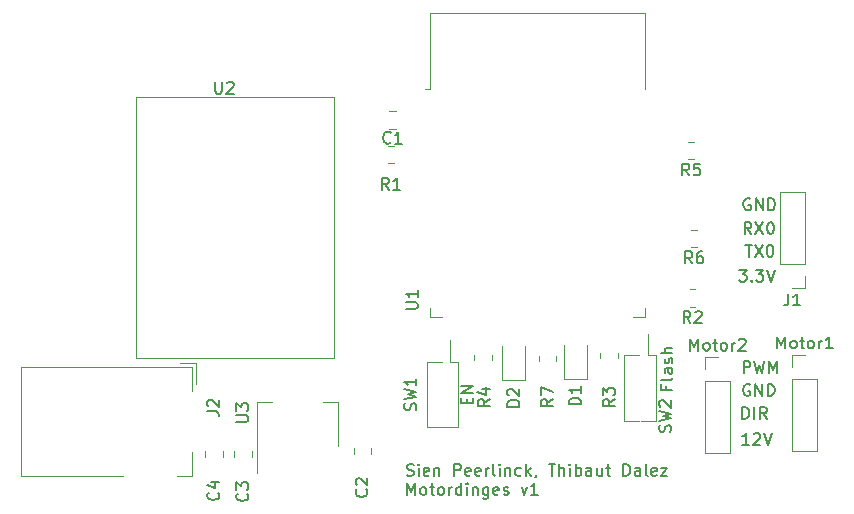
<source format=gbr>
%TF.GenerationSoftware,KiCad,Pcbnew,7.0.1*%
%TF.CreationDate,2023-03-21T16:38:31+01:00*%
%TF.ProjectId,Motordinges,4d6f746f-7264-4696-9e67-65732e6b6963,rev?*%
%TF.SameCoordinates,Original*%
%TF.FileFunction,Legend,Top*%
%TF.FilePolarity,Positive*%
%FSLAX46Y46*%
G04 Gerber Fmt 4.6, Leading zero omitted, Abs format (unit mm)*
G04 Created by KiCad (PCBNEW 7.0.1) date 2023-03-21 16:38:31*
%MOMM*%
%LPD*%
G01*
G04 APERTURE LIST*
%ADD10C,0.150000*%
%ADD11C,0.120000*%
G04 APERTURE END LIST*
D10*
X135042257Y-58567619D02*
X135661304Y-58567619D01*
X135661304Y-58567619D02*
X135327971Y-58948571D01*
X135327971Y-58948571D02*
X135470828Y-58948571D01*
X135470828Y-58948571D02*
X135566066Y-58996190D01*
X135566066Y-58996190D02*
X135613685Y-59043809D01*
X135613685Y-59043809D02*
X135661304Y-59139047D01*
X135661304Y-59139047D02*
X135661304Y-59377142D01*
X135661304Y-59377142D02*
X135613685Y-59472380D01*
X135613685Y-59472380D02*
X135566066Y-59520000D01*
X135566066Y-59520000D02*
X135470828Y-59567619D01*
X135470828Y-59567619D02*
X135185114Y-59567619D01*
X135185114Y-59567619D02*
X135089876Y-59520000D01*
X135089876Y-59520000D02*
X135042257Y-59472380D01*
X136089876Y-59472380D02*
X136137495Y-59520000D01*
X136137495Y-59520000D02*
X136089876Y-59567619D01*
X136089876Y-59567619D02*
X136042257Y-59520000D01*
X136042257Y-59520000D02*
X136089876Y-59472380D01*
X136089876Y-59472380D02*
X136089876Y-59567619D01*
X136470828Y-58567619D02*
X137089875Y-58567619D01*
X137089875Y-58567619D02*
X136756542Y-58948571D01*
X136756542Y-58948571D02*
X136899399Y-58948571D01*
X136899399Y-58948571D02*
X136994637Y-58996190D01*
X136994637Y-58996190D02*
X137042256Y-59043809D01*
X137042256Y-59043809D02*
X137089875Y-59139047D01*
X137089875Y-59139047D02*
X137089875Y-59377142D01*
X137089875Y-59377142D02*
X137042256Y-59472380D01*
X137042256Y-59472380D02*
X136994637Y-59520000D01*
X136994637Y-59520000D02*
X136899399Y-59567619D01*
X136899399Y-59567619D02*
X136613685Y-59567619D01*
X136613685Y-59567619D02*
X136518447Y-59520000D01*
X136518447Y-59520000D02*
X136470828Y-59472380D01*
X137375590Y-58567619D02*
X137708923Y-59567619D01*
X137708923Y-59567619D02*
X138042256Y-58567619D01*
X135553438Y-56459419D02*
X136124866Y-56459419D01*
X135839152Y-57459419D02*
X135839152Y-56459419D01*
X136362962Y-56459419D02*
X137029628Y-57459419D01*
X137029628Y-56459419D02*
X136362962Y-57459419D01*
X137601057Y-56459419D02*
X137696295Y-56459419D01*
X137696295Y-56459419D02*
X137791533Y-56507038D01*
X137791533Y-56507038D02*
X137839152Y-56554657D01*
X137839152Y-56554657D02*
X137886771Y-56649895D01*
X137886771Y-56649895D02*
X137934390Y-56840371D01*
X137934390Y-56840371D02*
X137934390Y-57078466D01*
X137934390Y-57078466D02*
X137886771Y-57268942D01*
X137886771Y-57268942D02*
X137839152Y-57364180D01*
X137839152Y-57364180D02*
X137791533Y-57411800D01*
X137791533Y-57411800D02*
X137696295Y-57459419D01*
X137696295Y-57459419D02*
X137601057Y-57459419D01*
X137601057Y-57459419D02*
X137505819Y-57411800D01*
X137505819Y-57411800D02*
X137458200Y-57364180D01*
X137458200Y-57364180D02*
X137410581Y-57268942D01*
X137410581Y-57268942D02*
X137362962Y-57078466D01*
X137362962Y-57078466D02*
X137362962Y-56840371D01*
X137362962Y-56840371D02*
X137410581Y-56649895D01*
X137410581Y-56649895D02*
X137458200Y-56554657D01*
X137458200Y-56554657D02*
X137505819Y-56507038D01*
X137505819Y-56507038D02*
X137601057Y-56459419D01*
X136064523Y-55529019D02*
X135731190Y-55052828D01*
X135493095Y-55529019D02*
X135493095Y-54529019D01*
X135493095Y-54529019D02*
X135874047Y-54529019D01*
X135874047Y-54529019D02*
X135969285Y-54576638D01*
X135969285Y-54576638D02*
X136016904Y-54624257D01*
X136016904Y-54624257D02*
X136064523Y-54719495D01*
X136064523Y-54719495D02*
X136064523Y-54862352D01*
X136064523Y-54862352D02*
X136016904Y-54957590D01*
X136016904Y-54957590D02*
X135969285Y-55005209D01*
X135969285Y-55005209D02*
X135874047Y-55052828D01*
X135874047Y-55052828D02*
X135493095Y-55052828D01*
X136397857Y-54529019D02*
X137064523Y-55529019D01*
X137064523Y-54529019D02*
X136397857Y-55529019D01*
X137635952Y-54529019D02*
X137731190Y-54529019D01*
X137731190Y-54529019D02*
X137826428Y-54576638D01*
X137826428Y-54576638D02*
X137874047Y-54624257D01*
X137874047Y-54624257D02*
X137921666Y-54719495D01*
X137921666Y-54719495D02*
X137969285Y-54909971D01*
X137969285Y-54909971D02*
X137969285Y-55148066D01*
X137969285Y-55148066D02*
X137921666Y-55338542D01*
X137921666Y-55338542D02*
X137874047Y-55433780D01*
X137874047Y-55433780D02*
X137826428Y-55481400D01*
X137826428Y-55481400D02*
X137731190Y-55529019D01*
X137731190Y-55529019D02*
X137635952Y-55529019D01*
X137635952Y-55529019D02*
X137540714Y-55481400D01*
X137540714Y-55481400D02*
X137493095Y-55433780D01*
X137493095Y-55433780D02*
X137445476Y-55338542D01*
X137445476Y-55338542D02*
X137397857Y-55148066D01*
X137397857Y-55148066D02*
X137397857Y-54909971D01*
X137397857Y-54909971D02*
X137445476Y-54719495D01*
X137445476Y-54719495D02*
X137493095Y-54624257D01*
X137493095Y-54624257D02*
X137540714Y-54576638D01*
X137540714Y-54576638D02*
X137635952Y-54529019D01*
X135966104Y-52570038D02*
X135870866Y-52522419D01*
X135870866Y-52522419D02*
X135728009Y-52522419D01*
X135728009Y-52522419D02*
X135585152Y-52570038D01*
X135585152Y-52570038D02*
X135489914Y-52665276D01*
X135489914Y-52665276D02*
X135442295Y-52760514D01*
X135442295Y-52760514D02*
X135394676Y-52950990D01*
X135394676Y-52950990D02*
X135394676Y-53093847D01*
X135394676Y-53093847D02*
X135442295Y-53284323D01*
X135442295Y-53284323D02*
X135489914Y-53379561D01*
X135489914Y-53379561D02*
X135585152Y-53474800D01*
X135585152Y-53474800D02*
X135728009Y-53522419D01*
X135728009Y-53522419D02*
X135823247Y-53522419D01*
X135823247Y-53522419D02*
X135966104Y-53474800D01*
X135966104Y-53474800D02*
X136013723Y-53427180D01*
X136013723Y-53427180D02*
X136013723Y-53093847D01*
X136013723Y-53093847D02*
X135823247Y-53093847D01*
X136442295Y-53522419D02*
X136442295Y-52522419D01*
X136442295Y-52522419D02*
X137013723Y-53522419D01*
X137013723Y-53522419D02*
X137013723Y-52522419D01*
X137489914Y-53522419D02*
X137489914Y-52522419D01*
X137489914Y-52522419D02*
X137728009Y-52522419D01*
X137728009Y-52522419D02*
X137870866Y-52570038D01*
X137870866Y-52570038D02*
X137966104Y-52665276D01*
X137966104Y-52665276D02*
X138013723Y-52760514D01*
X138013723Y-52760514D02*
X138061342Y-52950990D01*
X138061342Y-52950990D02*
X138061342Y-53093847D01*
X138061342Y-53093847D02*
X138013723Y-53284323D01*
X138013723Y-53284323D02*
X137966104Y-53379561D01*
X137966104Y-53379561D02*
X137870866Y-53474800D01*
X137870866Y-53474800D02*
X137728009Y-53522419D01*
X137728009Y-53522419D02*
X137489914Y-53522419D01*
X106895876Y-75959400D02*
X107038733Y-76007019D01*
X107038733Y-76007019D02*
X107276828Y-76007019D01*
X107276828Y-76007019D02*
X107372066Y-75959400D01*
X107372066Y-75959400D02*
X107419685Y-75911780D01*
X107419685Y-75911780D02*
X107467304Y-75816542D01*
X107467304Y-75816542D02*
X107467304Y-75721304D01*
X107467304Y-75721304D02*
X107419685Y-75626066D01*
X107419685Y-75626066D02*
X107372066Y-75578447D01*
X107372066Y-75578447D02*
X107276828Y-75530828D01*
X107276828Y-75530828D02*
X107086352Y-75483209D01*
X107086352Y-75483209D02*
X106991114Y-75435590D01*
X106991114Y-75435590D02*
X106943495Y-75387971D01*
X106943495Y-75387971D02*
X106895876Y-75292733D01*
X106895876Y-75292733D02*
X106895876Y-75197495D01*
X106895876Y-75197495D02*
X106943495Y-75102257D01*
X106943495Y-75102257D02*
X106991114Y-75054638D01*
X106991114Y-75054638D02*
X107086352Y-75007019D01*
X107086352Y-75007019D02*
X107324447Y-75007019D01*
X107324447Y-75007019D02*
X107467304Y-75054638D01*
X107895876Y-76007019D02*
X107895876Y-75340352D01*
X107895876Y-75007019D02*
X107848257Y-75054638D01*
X107848257Y-75054638D02*
X107895876Y-75102257D01*
X107895876Y-75102257D02*
X107943495Y-75054638D01*
X107943495Y-75054638D02*
X107895876Y-75007019D01*
X107895876Y-75007019D02*
X107895876Y-75102257D01*
X108753018Y-75959400D02*
X108657780Y-76007019D01*
X108657780Y-76007019D02*
X108467304Y-76007019D01*
X108467304Y-76007019D02*
X108372066Y-75959400D01*
X108372066Y-75959400D02*
X108324447Y-75864161D01*
X108324447Y-75864161D02*
X108324447Y-75483209D01*
X108324447Y-75483209D02*
X108372066Y-75387971D01*
X108372066Y-75387971D02*
X108467304Y-75340352D01*
X108467304Y-75340352D02*
X108657780Y-75340352D01*
X108657780Y-75340352D02*
X108753018Y-75387971D01*
X108753018Y-75387971D02*
X108800637Y-75483209D01*
X108800637Y-75483209D02*
X108800637Y-75578447D01*
X108800637Y-75578447D02*
X108324447Y-75673685D01*
X109229209Y-75340352D02*
X109229209Y-76007019D01*
X109229209Y-75435590D02*
X109276828Y-75387971D01*
X109276828Y-75387971D02*
X109372066Y-75340352D01*
X109372066Y-75340352D02*
X109514923Y-75340352D01*
X109514923Y-75340352D02*
X109610161Y-75387971D01*
X109610161Y-75387971D02*
X109657780Y-75483209D01*
X109657780Y-75483209D02*
X109657780Y-76007019D01*
X110895876Y-76007019D02*
X110895876Y-75007019D01*
X110895876Y-75007019D02*
X111276828Y-75007019D01*
X111276828Y-75007019D02*
X111372066Y-75054638D01*
X111372066Y-75054638D02*
X111419685Y-75102257D01*
X111419685Y-75102257D02*
X111467304Y-75197495D01*
X111467304Y-75197495D02*
X111467304Y-75340352D01*
X111467304Y-75340352D02*
X111419685Y-75435590D01*
X111419685Y-75435590D02*
X111372066Y-75483209D01*
X111372066Y-75483209D02*
X111276828Y-75530828D01*
X111276828Y-75530828D02*
X110895876Y-75530828D01*
X112276828Y-75959400D02*
X112181590Y-76007019D01*
X112181590Y-76007019D02*
X111991114Y-76007019D01*
X111991114Y-76007019D02*
X111895876Y-75959400D01*
X111895876Y-75959400D02*
X111848257Y-75864161D01*
X111848257Y-75864161D02*
X111848257Y-75483209D01*
X111848257Y-75483209D02*
X111895876Y-75387971D01*
X111895876Y-75387971D02*
X111991114Y-75340352D01*
X111991114Y-75340352D02*
X112181590Y-75340352D01*
X112181590Y-75340352D02*
X112276828Y-75387971D01*
X112276828Y-75387971D02*
X112324447Y-75483209D01*
X112324447Y-75483209D02*
X112324447Y-75578447D01*
X112324447Y-75578447D02*
X111848257Y-75673685D01*
X113133971Y-75959400D02*
X113038733Y-76007019D01*
X113038733Y-76007019D02*
X112848257Y-76007019D01*
X112848257Y-76007019D02*
X112753019Y-75959400D01*
X112753019Y-75959400D02*
X112705400Y-75864161D01*
X112705400Y-75864161D02*
X112705400Y-75483209D01*
X112705400Y-75483209D02*
X112753019Y-75387971D01*
X112753019Y-75387971D02*
X112848257Y-75340352D01*
X112848257Y-75340352D02*
X113038733Y-75340352D01*
X113038733Y-75340352D02*
X113133971Y-75387971D01*
X113133971Y-75387971D02*
X113181590Y-75483209D01*
X113181590Y-75483209D02*
X113181590Y-75578447D01*
X113181590Y-75578447D02*
X112705400Y-75673685D01*
X113610162Y-76007019D02*
X113610162Y-75340352D01*
X113610162Y-75530828D02*
X113657781Y-75435590D01*
X113657781Y-75435590D02*
X113705400Y-75387971D01*
X113705400Y-75387971D02*
X113800638Y-75340352D01*
X113800638Y-75340352D02*
X113895876Y-75340352D01*
X114372067Y-76007019D02*
X114276829Y-75959400D01*
X114276829Y-75959400D02*
X114229210Y-75864161D01*
X114229210Y-75864161D02*
X114229210Y-75007019D01*
X114753020Y-76007019D02*
X114753020Y-75340352D01*
X114753020Y-75007019D02*
X114705401Y-75054638D01*
X114705401Y-75054638D02*
X114753020Y-75102257D01*
X114753020Y-75102257D02*
X114800639Y-75054638D01*
X114800639Y-75054638D02*
X114753020Y-75007019D01*
X114753020Y-75007019D02*
X114753020Y-75102257D01*
X115229210Y-75340352D02*
X115229210Y-76007019D01*
X115229210Y-75435590D02*
X115276829Y-75387971D01*
X115276829Y-75387971D02*
X115372067Y-75340352D01*
X115372067Y-75340352D02*
X115514924Y-75340352D01*
X115514924Y-75340352D02*
X115610162Y-75387971D01*
X115610162Y-75387971D02*
X115657781Y-75483209D01*
X115657781Y-75483209D02*
X115657781Y-76007019D01*
X116562543Y-75959400D02*
X116467305Y-76007019D01*
X116467305Y-76007019D02*
X116276829Y-76007019D01*
X116276829Y-76007019D02*
X116181591Y-75959400D01*
X116181591Y-75959400D02*
X116133972Y-75911780D01*
X116133972Y-75911780D02*
X116086353Y-75816542D01*
X116086353Y-75816542D02*
X116086353Y-75530828D01*
X116086353Y-75530828D02*
X116133972Y-75435590D01*
X116133972Y-75435590D02*
X116181591Y-75387971D01*
X116181591Y-75387971D02*
X116276829Y-75340352D01*
X116276829Y-75340352D02*
X116467305Y-75340352D01*
X116467305Y-75340352D02*
X116562543Y-75387971D01*
X116991115Y-76007019D02*
X116991115Y-75007019D01*
X117086353Y-75626066D02*
X117372067Y-76007019D01*
X117372067Y-75340352D02*
X116991115Y-75721304D01*
X117848258Y-75959400D02*
X117848258Y-76007019D01*
X117848258Y-76007019D02*
X117800639Y-76102257D01*
X117800639Y-76102257D02*
X117753020Y-76149876D01*
X118895877Y-75007019D02*
X119467305Y-75007019D01*
X119181591Y-76007019D02*
X119181591Y-75007019D01*
X119800639Y-76007019D02*
X119800639Y-75007019D01*
X120229210Y-76007019D02*
X120229210Y-75483209D01*
X120229210Y-75483209D02*
X120181591Y-75387971D01*
X120181591Y-75387971D02*
X120086353Y-75340352D01*
X120086353Y-75340352D02*
X119943496Y-75340352D01*
X119943496Y-75340352D02*
X119848258Y-75387971D01*
X119848258Y-75387971D02*
X119800639Y-75435590D01*
X120705401Y-76007019D02*
X120705401Y-75340352D01*
X120705401Y-75007019D02*
X120657782Y-75054638D01*
X120657782Y-75054638D02*
X120705401Y-75102257D01*
X120705401Y-75102257D02*
X120753020Y-75054638D01*
X120753020Y-75054638D02*
X120705401Y-75007019D01*
X120705401Y-75007019D02*
X120705401Y-75102257D01*
X121181591Y-76007019D02*
X121181591Y-75007019D01*
X121181591Y-75387971D02*
X121276829Y-75340352D01*
X121276829Y-75340352D02*
X121467305Y-75340352D01*
X121467305Y-75340352D02*
X121562543Y-75387971D01*
X121562543Y-75387971D02*
X121610162Y-75435590D01*
X121610162Y-75435590D02*
X121657781Y-75530828D01*
X121657781Y-75530828D02*
X121657781Y-75816542D01*
X121657781Y-75816542D02*
X121610162Y-75911780D01*
X121610162Y-75911780D02*
X121562543Y-75959400D01*
X121562543Y-75959400D02*
X121467305Y-76007019D01*
X121467305Y-76007019D02*
X121276829Y-76007019D01*
X121276829Y-76007019D02*
X121181591Y-75959400D01*
X122514924Y-76007019D02*
X122514924Y-75483209D01*
X122514924Y-75483209D02*
X122467305Y-75387971D01*
X122467305Y-75387971D02*
X122372067Y-75340352D01*
X122372067Y-75340352D02*
X122181591Y-75340352D01*
X122181591Y-75340352D02*
X122086353Y-75387971D01*
X122514924Y-75959400D02*
X122419686Y-76007019D01*
X122419686Y-76007019D02*
X122181591Y-76007019D01*
X122181591Y-76007019D02*
X122086353Y-75959400D01*
X122086353Y-75959400D02*
X122038734Y-75864161D01*
X122038734Y-75864161D02*
X122038734Y-75768923D01*
X122038734Y-75768923D02*
X122086353Y-75673685D01*
X122086353Y-75673685D02*
X122181591Y-75626066D01*
X122181591Y-75626066D02*
X122419686Y-75626066D01*
X122419686Y-75626066D02*
X122514924Y-75578447D01*
X123419686Y-75340352D02*
X123419686Y-76007019D01*
X122991115Y-75340352D02*
X122991115Y-75864161D01*
X122991115Y-75864161D02*
X123038734Y-75959400D01*
X123038734Y-75959400D02*
X123133972Y-76007019D01*
X123133972Y-76007019D02*
X123276829Y-76007019D01*
X123276829Y-76007019D02*
X123372067Y-75959400D01*
X123372067Y-75959400D02*
X123419686Y-75911780D01*
X123753020Y-75340352D02*
X124133972Y-75340352D01*
X123895877Y-75007019D02*
X123895877Y-75864161D01*
X123895877Y-75864161D02*
X123943496Y-75959400D01*
X123943496Y-75959400D02*
X124038734Y-76007019D01*
X124038734Y-76007019D02*
X124133972Y-76007019D01*
X125229211Y-76007019D02*
X125229211Y-75007019D01*
X125229211Y-75007019D02*
X125467306Y-75007019D01*
X125467306Y-75007019D02*
X125610163Y-75054638D01*
X125610163Y-75054638D02*
X125705401Y-75149876D01*
X125705401Y-75149876D02*
X125753020Y-75245114D01*
X125753020Y-75245114D02*
X125800639Y-75435590D01*
X125800639Y-75435590D02*
X125800639Y-75578447D01*
X125800639Y-75578447D02*
X125753020Y-75768923D01*
X125753020Y-75768923D02*
X125705401Y-75864161D01*
X125705401Y-75864161D02*
X125610163Y-75959400D01*
X125610163Y-75959400D02*
X125467306Y-76007019D01*
X125467306Y-76007019D02*
X125229211Y-76007019D01*
X126657782Y-76007019D02*
X126657782Y-75483209D01*
X126657782Y-75483209D02*
X126610163Y-75387971D01*
X126610163Y-75387971D02*
X126514925Y-75340352D01*
X126514925Y-75340352D02*
X126324449Y-75340352D01*
X126324449Y-75340352D02*
X126229211Y-75387971D01*
X126657782Y-75959400D02*
X126562544Y-76007019D01*
X126562544Y-76007019D02*
X126324449Y-76007019D01*
X126324449Y-76007019D02*
X126229211Y-75959400D01*
X126229211Y-75959400D02*
X126181592Y-75864161D01*
X126181592Y-75864161D02*
X126181592Y-75768923D01*
X126181592Y-75768923D02*
X126229211Y-75673685D01*
X126229211Y-75673685D02*
X126324449Y-75626066D01*
X126324449Y-75626066D02*
X126562544Y-75626066D01*
X126562544Y-75626066D02*
X126657782Y-75578447D01*
X127276830Y-76007019D02*
X127181592Y-75959400D01*
X127181592Y-75959400D02*
X127133973Y-75864161D01*
X127133973Y-75864161D02*
X127133973Y-75007019D01*
X128038735Y-75959400D02*
X127943497Y-76007019D01*
X127943497Y-76007019D02*
X127753021Y-76007019D01*
X127753021Y-76007019D02*
X127657783Y-75959400D01*
X127657783Y-75959400D02*
X127610164Y-75864161D01*
X127610164Y-75864161D02*
X127610164Y-75483209D01*
X127610164Y-75483209D02*
X127657783Y-75387971D01*
X127657783Y-75387971D02*
X127753021Y-75340352D01*
X127753021Y-75340352D02*
X127943497Y-75340352D01*
X127943497Y-75340352D02*
X128038735Y-75387971D01*
X128038735Y-75387971D02*
X128086354Y-75483209D01*
X128086354Y-75483209D02*
X128086354Y-75578447D01*
X128086354Y-75578447D02*
X127610164Y-75673685D01*
X128419688Y-75340352D02*
X128943497Y-75340352D01*
X128943497Y-75340352D02*
X128419688Y-76007019D01*
X128419688Y-76007019D02*
X128943497Y-76007019D01*
X106943495Y-77627019D02*
X106943495Y-76627019D01*
X106943495Y-76627019D02*
X107276828Y-77341304D01*
X107276828Y-77341304D02*
X107610161Y-76627019D01*
X107610161Y-76627019D02*
X107610161Y-77627019D01*
X108229209Y-77627019D02*
X108133971Y-77579400D01*
X108133971Y-77579400D02*
X108086352Y-77531780D01*
X108086352Y-77531780D02*
X108038733Y-77436542D01*
X108038733Y-77436542D02*
X108038733Y-77150828D01*
X108038733Y-77150828D02*
X108086352Y-77055590D01*
X108086352Y-77055590D02*
X108133971Y-77007971D01*
X108133971Y-77007971D02*
X108229209Y-76960352D01*
X108229209Y-76960352D02*
X108372066Y-76960352D01*
X108372066Y-76960352D02*
X108467304Y-77007971D01*
X108467304Y-77007971D02*
X108514923Y-77055590D01*
X108514923Y-77055590D02*
X108562542Y-77150828D01*
X108562542Y-77150828D02*
X108562542Y-77436542D01*
X108562542Y-77436542D02*
X108514923Y-77531780D01*
X108514923Y-77531780D02*
X108467304Y-77579400D01*
X108467304Y-77579400D02*
X108372066Y-77627019D01*
X108372066Y-77627019D02*
X108229209Y-77627019D01*
X108848257Y-76960352D02*
X109229209Y-76960352D01*
X108991114Y-76627019D02*
X108991114Y-77484161D01*
X108991114Y-77484161D02*
X109038733Y-77579400D01*
X109038733Y-77579400D02*
X109133971Y-77627019D01*
X109133971Y-77627019D02*
X109229209Y-77627019D01*
X109705400Y-77627019D02*
X109610162Y-77579400D01*
X109610162Y-77579400D02*
X109562543Y-77531780D01*
X109562543Y-77531780D02*
X109514924Y-77436542D01*
X109514924Y-77436542D02*
X109514924Y-77150828D01*
X109514924Y-77150828D02*
X109562543Y-77055590D01*
X109562543Y-77055590D02*
X109610162Y-77007971D01*
X109610162Y-77007971D02*
X109705400Y-76960352D01*
X109705400Y-76960352D02*
X109848257Y-76960352D01*
X109848257Y-76960352D02*
X109943495Y-77007971D01*
X109943495Y-77007971D02*
X109991114Y-77055590D01*
X109991114Y-77055590D02*
X110038733Y-77150828D01*
X110038733Y-77150828D02*
X110038733Y-77436542D01*
X110038733Y-77436542D02*
X109991114Y-77531780D01*
X109991114Y-77531780D02*
X109943495Y-77579400D01*
X109943495Y-77579400D02*
X109848257Y-77627019D01*
X109848257Y-77627019D02*
X109705400Y-77627019D01*
X110467305Y-77627019D02*
X110467305Y-76960352D01*
X110467305Y-77150828D02*
X110514924Y-77055590D01*
X110514924Y-77055590D02*
X110562543Y-77007971D01*
X110562543Y-77007971D02*
X110657781Y-76960352D01*
X110657781Y-76960352D02*
X110753019Y-76960352D01*
X111514924Y-77627019D02*
X111514924Y-76627019D01*
X111514924Y-77579400D02*
X111419686Y-77627019D01*
X111419686Y-77627019D02*
X111229210Y-77627019D01*
X111229210Y-77627019D02*
X111133972Y-77579400D01*
X111133972Y-77579400D02*
X111086353Y-77531780D01*
X111086353Y-77531780D02*
X111038734Y-77436542D01*
X111038734Y-77436542D02*
X111038734Y-77150828D01*
X111038734Y-77150828D02*
X111086353Y-77055590D01*
X111086353Y-77055590D02*
X111133972Y-77007971D01*
X111133972Y-77007971D02*
X111229210Y-76960352D01*
X111229210Y-76960352D02*
X111419686Y-76960352D01*
X111419686Y-76960352D02*
X111514924Y-77007971D01*
X111991115Y-77627019D02*
X111991115Y-76960352D01*
X111991115Y-76627019D02*
X111943496Y-76674638D01*
X111943496Y-76674638D02*
X111991115Y-76722257D01*
X111991115Y-76722257D02*
X112038734Y-76674638D01*
X112038734Y-76674638D02*
X111991115Y-76627019D01*
X111991115Y-76627019D02*
X111991115Y-76722257D01*
X112467305Y-76960352D02*
X112467305Y-77627019D01*
X112467305Y-77055590D02*
X112514924Y-77007971D01*
X112514924Y-77007971D02*
X112610162Y-76960352D01*
X112610162Y-76960352D02*
X112753019Y-76960352D01*
X112753019Y-76960352D02*
X112848257Y-77007971D01*
X112848257Y-77007971D02*
X112895876Y-77103209D01*
X112895876Y-77103209D02*
X112895876Y-77627019D01*
X113800638Y-76960352D02*
X113800638Y-77769876D01*
X113800638Y-77769876D02*
X113753019Y-77865114D01*
X113753019Y-77865114D02*
X113705400Y-77912733D01*
X113705400Y-77912733D02*
X113610162Y-77960352D01*
X113610162Y-77960352D02*
X113467305Y-77960352D01*
X113467305Y-77960352D02*
X113372067Y-77912733D01*
X113800638Y-77579400D02*
X113705400Y-77627019D01*
X113705400Y-77627019D02*
X113514924Y-77627019D01*
X113514924Y-77627019D02*
X113419686Y-77579400D01*
X113419686Y-77579400D02*
X113372067Y-77531780D01*
X113372067Y-77531780D02*
X113324448Y-77436542D01*
X113324448Y-77436542D02*
X113324448Y-77150828D01*
X113324448Y-77150828D02*
X113372067Y-77055590D01*
X113372067Y-77055590D02*
X113419686Y-77007971D01*
X113419686Y-77007971D02*
X113514924Y-76960352D01*
X113514924Y-76960352D02*
X113705400Y-76960352D01*
X113705400Y-76960352D02*
X113800638Y-77007971D01*
X114657781Y-77579400D02*
X114562543Y-77627019D01*
X114562543Y-77627019D02*
X114372067Y-77627019D01*
X114372067Y-77627019D02*
X114276829Y-77579400D01*
X114276829Y-77579400D02*
X114229210Y-77484161D01*
X114229210Y-77484161D02*
X114229210Y-77103209D01*
X114229210Y-77103209D02*
X114276829Y-77007971D01*
X114276829Y-77007971D02*
X114372067Y-76960352D01*
X114372067Y-76960352D02*
X114562543Y-76960352D01*
X114562543Y-76960352D02*
X114657781Y-77007971D01*
X114657781Y-77007971D02*
X114705400Y-77103209D01*
X114705400Y-77103209D02*
X114705400Y-77198447D01*
X114705400Y-77198447D02*
X114229210Y-77293685D01*
X115086353Y-77579400D02*
X115181591Y-77627019D01*
X115181591Y-77627019D02*
X115372067Y-77627019D01*
X115372067Y-77627019D02*
X115467305Y-77579400D01*
X115467305Y-77579400D02*
X115514924Y-77484161D01*
X115514924Y-77484161D02*
X115514924Y-77436542D01*
X115514924Y-77436542D02*
X115467305Y-77341304D01*
X115467305Y-77341304D02*
X115372067Y-77293685D01*
X115372067Y-77293685D02*
X115229210Y-77293685D01*
X115229210Y-77293685D02*
X115133972Y-77246066D01*
X115133972Y-77246066D02*
X115086353Y-77150828D01*
X115086353Y-77150828D02*
X115086353Y-77103209D01*
X115086353Y-77103209D02*
X115133972Y-77007971D01*
X115133972Y-77007971D02*
X115229210Y-76960352D01*
X115229210Y-76960352D02*
X115372067Y-76960352D01*
X115372067Y-76960352D02*
X115467305Y-77007971D01*
X116610163Y-76960352D02*
X116848258Y-77627019D01*
X116848258Y-77627019D02*
X117086353Y-76960352D01*
X117991115Y-77627019D02*
X117419687Y-77627019D01*
X117705401Y-77627019D02*
X117705401Y-76627019D01*
X117705401Y-76627019D02*
X117610163Y-76769876D01*
X117610163Y-76769876D02*
X117514925Y-76865114D01*
X117514925Y-76865114D02*
X117419687Y-76912733D01*
X135889904Y-73385219D02*
X135318476Y-73385219D01*
X135604190Y-73385219D02*
X135604190Y-72385219D01*
X135604190Y-72385219D02*
X135508952Y-72528076D01*
X135508952Y-72528076D02*
X135413714Y-72623314D01*
X135413714Y-72623314D02*
X135318476Y-72670933D01*
X136270857Y-72480457D02*
X136318476Y-72432838D01*
X136318476Y-72432838D02*
X136413714Y-72385219D01*
X136413714Y-72385219D02*
X136651809Y-72385219D01*
X136651809Y-72385219D02*
X136747047Y-72432838D01*
X136747047Y-72432838D02*
X136794666Y-72480457D01*
X136794666Y-72480457D02*
X136842285Y-72575695D01*
X136842285Y-72575695D02*
X136842285Y-72670933D01*
X136842285Y-72670933D02*
X136794666Y-72813790D01*
X136794666Y-72813790D02*
X136223238Y-73385219D01*
X136223238Y-73385219D02*
X136842285Y-73385219D01*
X137128000Y-72385219D02*
X137461333Y-73385219D01*
X137461333Y-73385219D02*
X137794666Y-72385219D01*
X135315295Y-71200819D02*
X135315295Y-70200819D01*
X135315295Y-70200819D02*
X135553390Y-70200819D01*
X135553390Y-70200819D02*
X135696247Y-70248438D01*
X135696247Y-70248438D02*
X135791485Y-70343676D01*
X135791485Y-70343676D02*
X135839104Y-70438914D01*
X135839104Y-70438914D02*
X135886723Y-70629390D01*
X135886723Y-70629390D02*
X135886723Y-70772247D01*
X135886723Y-70772247D02*
X135839104Y-70962723D01*
X135839104Y-70962723D02*
X135791485Y-71057961D01*
X135791485Y-71057961D02*
X135696247Y-71153200D01*
X135696247Y-71153200D02*
X135553390Y-71200819D01*
X135553390Y-71200819D02*
X135315295Y-71200819D01*
X136315295Y-71200819D02*
X136315295Y-70200819D01*
X137362913Y-71200819D02*
X137029580Y-70724628D01*
X136791485Y-71200819D02*
X136791485Y-70200819D01*
X136791485Y-70200819D02*
X137172437Y-70200819D01*
X137172437Y-70200819D02*
X137267675Y-70248438D01*
X137267675Y-70248438D02*
X137315294Y-70296057D01*
X137315294Y-70296057D02*
X137362913Y-70391295D01*
X137362913Y-70391295D02*
X137362913Y-70534152D01*
X137362913Y-70534152D02*
X137315294Y-70629390D01*
X137315294Y-70629390D02*
X137267675Y-70677009D01*
X137267675Y-70677009D02*
X137172437Y-70724628D01*
X137172437Y-70724628D02*
X136791485Y-70724628D01*
X135940704Y-68292638D02*
X135845466Y-68245019D01*
X135845466Y-68245019D02*
X135702609Y-68245019D01*
X135702609Y-68245019D02*
X135559752Y-68292638D01*
X135559752Y-68292638D02*
X135464514Y-68387876D01*
X135464514Y-68387876D02*
X135416895Y-68483114D01*
X135416895Y-68483114D02*
X135369276Y-68673590D01*
X135369276Y-68673590D02*
X135369276Y-68816447D01*
X135369276Y-68816447D02*
X135416895Y-69006923D01*
X135416895Y-69006923D02*
X135464514Y-69102161D01*
X135464514Y-69102161D02*
X135559752Y-69197400D01*
X135559752Y-69197400D02*
X135702609Y-69245019D01*
X135702609Y-69245019D02*
X135797847Y-69245019D01*
X135797847Y-69245019D02*
X135940704Y-69197400D01*
X135940704Y-69197400D02*
X135988323Y-69149780D01*
X135988323Y-69149780D02*
X135988323Y-68816447D01*
X135988323Y-68816447D02*
X135797847Y-68816447D01*
X136416895Y-69245019D02*
X136416895Y-68245019D01*
X136416895Y-68245019D02*
X136988323Y-69245019D01*
X136988323Y-69245019D02*
X136988323Y-68245019D01*
X137464514Y-69245019D02*
X137464514Y-68245019D01*
X137464514Y-68245019D02*
X137702609Y-68245019D01*
X137702609Y-68245019D02*
X137845466Y-68292638D01*
X137845466Y-68292638D02*
X137940704Y-68387876D01*
X137940704Y-68387876D02*
X137988323Y-68483114D01*
X137988323Y-68483114D02*
X138035942Y-68673590D01*
X138035942Y-68673590D02*
X138035942Y-68816447D01*
X138035942Y-68816447D02*
X137988323Y-69006923D01*
X137988323Y-69006923D02*
X137940704Y-69102161D01*
X137940704Y-69102161D02*
X137845466Y-69197400D01*
X137845466Y-69197400D02*
X137702609Y-69245019D01*
X137702609Y-69245019D02*
X137464514Y-69245019D01*
X135416895Y-67314619D02*
X135416895Y-66314619D01*
X135416895Y-66314619D02*
X135797847Y-66314619D01*
X135797847Y-66314619D02*
X135893085Y-66362238D01*
X135893085Y-66362238D02*
X135940704Y-66409857D01*
X135940704Y-66409857D02*
X135988323Y-66505095D01*
X135988323Y-66505095D02*
X135988323Y-66647952D01*
X135988323Y-66647952D02*
X135940704Y-66743190D01*
X135940704Y-66743190D02*
X135893085Y-66790809D01*
X135893085Y-66790809D02*
X135797847Y-66838428D01*
X135797847Y-66838428D02*
X135416895Y-66838428D01*
X136321657Y-66314619D02*
X136559752Y-67314619D01*
X136559752Y-67314619D02*
X136750228Y-66600333D01*
X136750228Y-66600333D02*
X136940704Y-67314619D01*
X136940704Y-67314619D02*
X137178800Y-66314619D01*
X137559752Y-67314619D02*
X137559752Y-66314619D01*
X137559752Y-66314619D02*
X137893085Y-67028904D01*
X137893085Y-67028904D02*
X138226418Y-66314619D01*
X138226418Y-66314619D02*
X138226418Y-67314619D01*
X112002809Y-69865904D02*
X112002809Y-69532571D01*
X112526619Y-69389714D02*
X112526619Y-69865904D01*
X112526619Y-69865904D02*
X111526619Y-69865904D01*
X111526619Y-69865904D02*
X111526619Y-69389714D01*
X112526619Y-68961142D02*
X111526619Y-68961142D01*
X111526619Y-68961142D02*
X112526619Y-68389714D01*
X112526619Y-68389714D02*
X111526619Y-68389714D01*
X128868409Y-68389571D02*
X128868409Y-68722904D01*
X129392219Y-68722904D02*
X128392219Y-68722904D01*
X128392219Y-68722904D02*
X128392219Y-68246714D01*
X129392219Y-67722904D02*
X129344600Y-67818142D01*
X129344600Y-67818142D02*
X129249361Y-67865761D01*
X129249361Y-67865761D02*
X128392219Y-67865761D01*
X129392219Y-66913380D02*
X128868409Y-66913380D01*
X128868409Y-66913380D02*
X128773171Y-66960999D01*
X128773171Y-66960999D02*
X128725552Y-67056237D01*
X128725552Y-67056237D02*
X128725552Y-67246713D01*
X128725552Y-67246713D02*
X128773171Y-67341951D01*
X129344600Y-66913380D02*
X129392219Y-67008618D01*
X129392219Y-67008618D02*
X129392219Y-67246713D01*
X129392219Y-67246713D02*
X129344600Y-67341951D01*
X129344600Y-67341951D02*
X129249361Y-67389570D01*
X129249361Y-67389570D02*
X129154123Y-67389570D01*
X129154123Y-67389570D02*
X129058885Y-67341951D01*
X129058885Y-67341951D02*
X129011266Y-67246713D01*
X129011266Y-67246713D02*
X129011266Y-67008618D01*
X129011266Y-67008618D02*
X128963647Y-66913380D01*
X129344600Y-66484808D02*
X129392219Y-66389570D01*
X129392219Y-66389570D02*
X129392219Y-66199094D01*
X129392219Y-66199094D02*
X129344600Y-66103856D01*
X129344600Y-66103856D02*
X129249361Y-66056237D01*
X129249361Y-66056237D02*
X129201742Y-66056237D01*
X129201742Y-66056237D02*
X129106504Y-66103856D01*
X129106504Y-66103856D02*
X129058885Y-66199094D01*
X129058885Y-66199094D02*
X129058885Y-66341951D01*
X129058885Y-66341951D02*
X129011266Y-66437189D01*
X129011266Y-66437189D02*
X128916028Y-66484808D01*
X128916028Y-66484808D02*
X128868409Y-66484808D01*
X128868409Y-66484808D02*
X128773171Y-66437189D01*
X128773171Y-66437189D02*
X128725552Y-66341951D01*
X128725552Y-66341951D02*
X128725552Y-66199094D01*
X128725552Y-66199094D02*
X128773171Y-66103856D01*
X129392219Y-65627665D02*
X128392219Y-65627665D01*
X129392219Y-65199094D02*
X128868409Y-65199094D01*
X128868409Y-65199094D02*
X128773171Y-65246713D01*
X128773171Y-65246713D02*
X128725552Y-65341951D01*
X128725552Y-65341951D02*
X128725552Y-65484808D01*
X128725552Y-65484808D02*
X128773171Y-65580046D01*
X128773171Y-65580046D02*
X128820790Y-65627665D01*
%TO.C,U1*%
X106822619Y-61891904D02*
X107632142Y-61891904D01*
X107632142Y-61891904D02*
X107727380Y-61844285D01*
X107727380Y-61844285D02*
X107775000Y-61796666D01*
X107775000Y-61796666D02*
X107822619Y-61701428D01*
X107822619Y-61701428D02*
X107822619Y-61510952D01*
X107822619Y-61510952D02*
X107775000Y-61415714D01*
X107775000Y-61415714D02*
X107727380Y-61368095D01*
X107727380Y-61368095D02*
X107632142Y-61320476D01*
X107632142Y-61320476D02*
X106822619Y-61320476D01*
X107822619Y-60320476D02*
X107822619Y-60891904D01*
X107822619Y-60606190D02*
X106822619Y-60606190D01*
X106822619Y-60606190D02*
X106965476Y-60701428D01*
X106965476Y-60701428D02*
X107060714Y-60796666D01*
X107060714Y-60796666D02*
X107108333Y-60891904D01*
%TO.C,J1*%
X139188866Y-60577619D02*
X139188866Y-61291904D01*
X139188866Y-61291904D02*
X139141247Y-61434761D01*
X139141247Y-61434761D02*
X139046009Y-61530000D01*
X139046009Y-61530000D02*
X138903152Y-61577619D01*
X138903152Y-61577619D02*
X138807914Y-61577619D01*
X140188866Y-61577619D02*
X139617438Y-61577619D01*
X139903152Y-61577619D02*
X139903152Y-60577619D01*
X139903152Y-60577619D02*
X139807914Y-60720476D01*
X139807914Y-60720476D02*
X139712676Y-60815714D01*
X139712676Y-60815714D02*
X139617438Y-60863333D01*
%TO.C,C1*%
X105522733Y-47789180D02*
X105475114Y-47836800D01*
X105475114Y-47836800D02*
X105332257Y-47884419D01*
X105332257Y-47884419D02*
X105237019Y-47884419D01*
X105237019Y-47884419D02*
X105094162Y-47836800D01*
X105094162Y-47836800D02*
X104998924Y-47741561D01*
X104998924Y-47741561D02*
X104951305Y-47646323D01*
X104951305Y-47646323D02*
X104903686Y-47455847D01*
X104903686Y-47455847D02*
X104903686Y-47312990D01*
X104903686Y-47312990D02*
X104951305Y-47122514D01*
X104951305Y-47122514D02*
X104998924Y-47027276D01*
X104998924Y-47027276D02*
X105094162Y-46932038D01*
X105094162Y-46932038D02*
X105237019Y-46884419D01*
X105237019Y-46884419D02*
X105332257Y-46884419D01*
X105332257Y-46884419D02*
X105475114Y-46932038D01*
X105475114Y-46932038D02*
X105522733Y-46979657D01*
X106475114Y-47884419D02*
X105903686Y-47884419D01*
X106189400Y-47884419D02*
X106189400Y-46884419D01*
X106189400Y-46884419D02*
X106094162Y-47027276D01*
X106094162Y-47027276D02*
X105998924Y-47122514D01*
X105998924Y-47122514D02*
X105903686Y-47170133D01*
%TO.C,U3*%
X92477419Y-71449704D02*
X93286942Y-71449704D01*
X93286942Y-71449704D02*
X93382180Y-71402085D01*
X93382180Y-71402085D02*
X93429800Y-71354466D01*
X93429800Y-71354466D02*
X93477419Y-71259228D01*
X93477419Y-71259228D02*
X93477419Y-71068752D01*
X93477419Y-71068752D02*
X93429800Y-70973514D01*
X93429800Y-70973514D02*
X93382180Y-70925895D01*
X93382180Y-70925895D02*
X93286942Y-70878276D01*
X93286942Y-70878276D02*
X92477419Y-70878276D01*
X92477419Y-70497323D02*
X92477419Y-69878276D01*
X92477419Y-69878276D02*
X92858371Y-70211609D01*
X92858371Y-70211609D02*
X92858371Y-70068752D01*
X92858371Y-70068752D02*
X92905990Y-69973514D01*
X92905990Y-69973514D02*
X92953609Y-69925895D01*
X92953609Y-69925895D02*
X93048847Y-69878276D01*
X93048847Y-69878276D02*
X93286942Y-69878276D01*
X93286942Y-69878276D02*
X93382180Y-69925895D01*
X93382180Y-69925895D02*
X93429800Y-69973514D01*
X93429800Y-69973514D02*
X93477419Y-70068752D01*
X93477419Y-70068752D02*
X93477419Y-70354466D01*
X93477419Y-70354466D02*
X93429800Y-70449704D01*
X93429800Y-70449704D02*
X93382180Y-70497323D01*
%TO.C,C2*%
X103465980Y-77154066D02*
X103513600Y-77201685D01*
X103513600Y-77201685D02*
X103561219Y-77344542D01*
X103561219Y-77344542D02*
X103561219Y-77439780D01*
X103561219Y-77439780D02*
X103513600Y-77582637D01*
X103513600Y-77582637D02*
X103418361Y-77677875D01*
X103418361Y-77677875D02*
X103323123Y-77725494D01*
X103323123Y-77725494D02*
X103132647Y-77773113D01*
X103132647Y-77773113D02*
X102989790Y-77773113D01*
X102989790Y-77773113D02*
X102799314Y-77725494D01*
X102799314Y-77725494D02*
X102704076Y-77677875D01*
X102704076Y-77677875D02*
X102608838Y-77582637D01*
X102608838Y-77582637D02*
X102561219Y-77439780D01*
X102561219Y-77439780D02*
X102561219Y-77344542D01*
X102561219Y-77344542D02*
X102608838Y-77201685D01*
X102608838Y-77201685D02*
X102656457Y-77154066D01*
X102656457Y-76773113D02*
X102608838Y-76725494D01*
X102608838Y-76725494D02*
X102561219Y-76630256D01*
X102561219Y-76630256D02*
X102561219Y-76392161D01*
X102561219Y-76392161D02*
X102608838Y-76296923D01*
X102608838Y-76296923D02*
X102656457Y-76249304D01*
X102656457Y-76249304D02*
X102751695Y-76201685D01*
X102751695Y-76201685D02*
X102846933Y-76201685D01*
X102846933Y-76201685D02*
X102989790Y-76249304D01*
X102989790Y-76249304D02*
X103561219Y-76820732D01*
X103561219Y-76820732D02*
X103561219Y-76201685D01*
%TO.C,SW2*%
X129218400Y-72275532D02*
X129266019Y-72132675D01*
X129266019Y-72132675D02*
X129266019Y-71894580D01*
X129266019Y-71894580D02*
X129218400Y-71799342D01*
X129218400Y-71799342D02*
X129170780Y-71751723D01*
X129170780Y-71751723D02*
X129075542Y-71704104D01*
X129075542Y-71704104D02*
X128980304Y-71704104D01*
X128980304Y-71704104D02*
X128885066Y-71751723D01*
X128885066Y-71751723D02*
X128837447Y-71799342D01*
X128837447Y-71799342D02*
X128789828Y-71894580D01*
X128789828Y-71894580D02*
X128742209Y-72085056D01*
X128742209Y-72085056D02*
X128694590Y-72180294D01*
X128694590Y-72180294D02*
X128646971Y-72227913D01*
X128646971Y-72227913D02*
X128551733Y-72275532D01*
X128551733Y-72275532D02*
X128456495Y-72275532D01*
X128456495Y-72275532D02*
X128361257Y-72227913D01*
X128361257Y-72227913D02*
X128313638Y-72180294D01*
X128313638Y-72180294D02*
X128266019Y-72085056D01*
X128266019Y-72085056D02*
X128266019Y-71846961D01*
X128266019Y-71846961D02*
X128313638Y-71704104D01*
X128266019Y-71370770D02*
X129266019Y-71132675D01*
X129266019Y-71132675D02*
X128551733Y-70942199D01*
X128551733Y-70942199D02*
X129266019Y-70751723D01*
X129266019Y-70751723D02*
X128266019Y-70513628D01*
X128361257Y-70180294D02*
X128313638Y-70132675D01*
X128313638Y-70132675D02*
X128266019Y-70037437D01*
X128266019Y-70037437D02*
X128266019Y-69799342D01*
X128266019Y-69799342D02*
X128313638Y-69704104D01*
X128313638Y-69704104D02*
X128361257Y-69656485D01*
X128361257Y-69656485D02*
X128456495Y-69608866D01*
X128456495Y-69608866D02*
X128551733Y-69608866D01*
X128551733Y-69608866D02*
X128694590Y-69656485D01*
X128694590Y-69656485D02*
X129266019Y-70227913D01*
X129266019Y-70227913D02*
X129266019Y-69608866D01*
%TO.C,Motor1*%
X138279476Y-65230019D02*
X138279476Y-64230019D01*
X138279476Y-64230019D02*
X138612809Y-64944304D01*
X138612809Y-64944304D02*
X138946142Y-64230019D01*
X138946142Y-64230019D02*
X138946142Y-65230019D01*
X139565190Y-65230019D02*
X139469952Y-65182400D01*
X139469952Y-65182400D02*
X139422333Y-65134780D01*
X139422333Y-65134780D02*
X139374714Y-65039542D01*
X139374714Y-65039542D02*
X139374714Y-64753828D01*
X139374714Y-64753828D02*
X139422333Y-64658590D01*
X139422333Y-64658590D02*
X139469952Y-64610971D01*
X139469952Y-64610971D02*
X139565190Y-64563352D01*
X139565190Y-64563352D02*
X139708047Y-64563352D01*
X139708047Y-64563352D02*
X139803285Y-64610971D01*
X139803285Y-64610971D02*
X139850904Y-64658590D01*
X139850904Y-64658590D02*
X139898523Y-64753828D01*
X139898523Y-64753828D02*
X139898523Y-65039542D01*
X139898523Y-65039542D02*
X139850904Y-65134780D01*
X139850904Y-65134780D02*
X139803285Y-65182400D01*
X139803285Y-65182400D02*
X139708047Y-65230019D01*
X139708047Y-65230019D02*
X139565190Y-65230019D01*
X140184238Y-64563352D02*
X140565190Y-64563352D01*
X140327095Y-64230019D02*
X140327095Y-65087161D01*
X140327095Y-65087161D02*
X140374714Y-65182400D01*
X140374714Y-65182400D02*
X140469952Y-65230019D01*
X140469952Y-65230019D02*
X140565190Y-65230019D01*
X141041381Y-65230019D02*
X140946143Y-65182400D01*
X140946143Y-65182400D02*
X140898524Y-65134780D01*
X140898524Y-65134780D02*
X140850905Y-65039542D01*
X140850905Y-65039542D02*
X140850905Y-64753828D01*
X140850905Y-64753828D02*
X140898524Y-64658590D01*
X140898524Y-64658590D02*
X140946143Y-64610971D01*
X140946143Y-64610971D02*
X141041381Y-64563352D01*
X141041381Y-64563352D02*
X141184238Y-64563352D01*
X141184238Y-64563352D02*
X141279476Y-64610971D01*
X141279476Y-64610971D02*
X141327095Y-64658590D01*
X141327095Y-64658590D02*
X141374714Y-64753828D01*
X141374714Y-64753828D02*
X141374714Y-65039542D01*
X141374714Y-65039542D02*
X141327095Y-65134780D01*
X141327095Y-65134780D02*
X141279476Y-65182400D01*
X141279476Y-65182400D02*
X141184238Y-65230019D01*
X141184238Y-65230019D02*
X141041381Y-65230019D01*
X141803286Y-65230019D02*
X141803286Y-64563352D01*
X141803286Y-64753828D02*
X141850905Y-64658590D01*
X141850905Y-64658590D02*
X141898524Y-64610971D01*
X141898524Y-64610971D02*
X141993762Y-64563352D01*
X141993762Y-64563352D02*
X142089000Y-64563352D01*
X142946143Y-65230019D02*
X142374715Y-65230019D01*
X142660429Y-65230019D02*
X142660429Y-64230019D01*
X142660429Y-64230019D02*
X142565191Y-64372876D01*
X142565191Y-64372876D02*
X142469953Y-64468114D01*
X142469953Y-64468114D02*
X142374715Y-64515733D01*
%TO.C,C3*%
X93382180Y-77513566D02*
X93429800Y-77561185D01*
X93429800Y-77561185D02*
X93477419Y-77704042D01*
X93477419Y-77704042D02*
X93477419Y-77799280D01*
X93477419Y-77799280D02*
X93429800Y-77942137D01*
X93429800Y-77942137D02*
X93334561Y-78037375D01*
X93334561Y-78037375D02*
X93239323Y-78084994D01*
X93239323Y-78084994D02*
X93048847Y-78132613D01*
X93048847Y-78132613D02*
X92905990Y-78132613D01*
X92905990Y-78132613D02*
X92715514Y-78084994D01*
X92715514Y-78084994D02*
X92620276Y-78037375D01*
X92620276Y-78037375D02*
X92525038Y-77942137D01*
X92525038Y-77942137D02*
X92477419Y-77799280D01*
X92477419Y-77799280D02*
X92477419Y-77704042D01*
X92477419Y-77704042D02*
X92525038Y-77561185D01*
X92525038Y-77561185D02*
X92572657Y-77513566D01*
X92477419Y-77180232D02*
X92477419Y-76561185D01*
X92477419Y-76561185D02*
X92858371Y-76894518D01*
X92858371Y-76894518D02*
X92858371Y-76751661D01*
X92858371Y-76751661D02*
X92905990Y-76656423D01*
X92905990Y-76656423D02*
X92953609Y-76608804D01*
X92953609Y-76608804D02*
X93048847Y-76561185D01*
X93048847Y-76561185D02*
X93286942Y-76561185D01*
X93286942Y-76561185D02*
X93382180Y-76608804D01*
X93382180Y-76608804D02*
X93429800Y-76656423D01*
X93429800Y-76656423D02*
X93477419Y-76751661D01*
X93477419Y-76751661D02*
X93477419Y-77037375D01*
X93477419Y-77037375D02*
X93429800Y-77132613D01*
X93429800Y-77132613D02*
X93382180Y-77180232D01*
%TO.C,D2*%
X116413619Y-70156294D02*
X115413619Y-70156294D01*
X115413619Y-70156294D02*
X115413619Y-69918199D01*
X115413619Y-69918199D02*
X115461238Y-69775342D01*
X115461238Y-69775342D02*
X115556476Y-69680104D01*
X115556476Y-69680104D02*
X115651714Y-69632485D01*
X115651714Y-69632485D02*
X115842190Y-69584866D01*
X115842190Y-69584866D02*
X115985047Y-69584866D01*
X115985047Y-69584866D02*
X116175523Y-69632485D01*
X116175523Y-69632485D02*
X116270761Y-69680104D01*
X116270761Y-69680104D02*
X116366000Y-69775342D01*
X116366000Y-69775342D02*
X116413619Y-69918199D01*
X116413619Y-69918199D02*
X116413619Y-70156294D01*
X115508857Y-69203913D02*
X115461238Y-69156294D01*
X115461238Y-69156294D02*
X115413619Y-69061056D01*
X115413619Y-69061056D02*
X115413619Y-68822961D01*
X115413619Y-68822961D02*
X115461238Y-68727723D01*
X115461238Y-68727723D02*
X115508857Y-68680104D01*
X115508857Y-68680104D02*
X115604095Y-68632485D01*
X115604095Y-68632485D02*
X115699333Y-68632485D01*
X115699333Y-68632485D02*
X115842190Y-68680104D01*
X115842190Y-68680104D02*
X116413619Y-69251532D01*
X116413619Y-69251532D02*
X116413619Y-68632485D01*
%TO.C,R1*%
X105370333Y-51770619D02*
X105037000Y-51294428D01*
X104798905Y-51770619D02*
X104798905Y-50770619D01*
X104798905Y-50770619D02*
X105179857Y-50770619D01*
X105179857Y-50770619D02*
X105275095Y-50818238D01*
X105275095Y-50818238D02*
X105322714Y-50865857D01*
X105322714Y-50865857D02*
X105370333Y-50961095D01*
X105370333Y-50961095D02*
X105370333Y-51103952D01*
X105370333Y-51103952D02*
X105322714Y-51199190D01*
X105322714Y-51199190D02*
X105275095Y-51246809D01*
X105275095Y-51246809D02*
X105179857Y-51294428D01*
X105179857Y-51294428D02*
X104798905Y-51294428D01*
X106322714Y-51770619D02*
X105751286Y-51770619D01*
X106037000Y-51770619D02*
X106037000Y-50770619D01*
X106037000Y-50770619D02*
X105941762Y-50913476D01*
X105941762Y-50913476D02*
X105846524Y-51008714D01*
X105846524Y-51008714D02*
X105751286Y-51056333D01*
%TO.C,SW1*%
X107653800Y-70446732D02*
X107701419Y-70303875D01*
X107701419Y-70303875D02*
X107701419Y-70065780D01*
X107701419Y-70065780D02*
X107653800Y-69970542D01*
X107653800Y-69970542D02*
X107606180Y-69922923D01*
X107606180Y-69922923D02*
X107510942Y-69875304D01*
X107510942Y-69875304D02*
X107415704Y-69875304D01*
X107415704Y-69875304D02*
X107320466Y-69922923D01*
X107320466Y-69922923D02*
X107272847Y-69970542D01*
X107272847Y-69970542D02*
X107225228Y-70065780D01*
X107225228Y-70065780D02*
X107177609Y-70256256D01*
X107177609Y-70256256D02*
X107129990Y-70351494D01*
X107129990Y-70351494D02*
X107082371Y-70399113D01*
X107082371Y-70399113D02*
X106987133Y-70446732D01*
X106987133Y-70446732D02*
X106891895Y-70446732D01*
X106891895Y-70446732D02*
X106796657Y-70399113D01*
X106796657Y-70399113D02*
X106749038Y-70351494D01*
X106749038Y-70351494D02*
X106701419Y-70256256D01*
X106701419Y-70256256D02*
X106701419Y-70018161D01*
X106701419Y-70018161D02*
X106749038Y-69875304D01*
X106701419Y-69541970D02*
X107701419Y-69303875D01*
X107701419Y-69303875D02*
X106987133Y-69113399D01*
X106987133Y-69113399D02*
X107701419Y-68922923D01*
X107701419Y-68922923D02*
X106701419Y-68684828D01*
X107701419Y-67780066D02*
X107701419Y-68351494D01*
X107701419Y-68065780D02*
X106701419Y-68065780D01*
X106701419Y-68065780D02*
X106844276Y-68161018D01*
X106844276Y-68161018D02*
X106939514Y-68256256D01*
X106939514Y-68256256D02*
X106987133Y-68351494D01*
%TO.C,C4*%
X90918380Y-77429566D02*
X90966000Y-77477185D01*
X90966000Y-77477185D02*
X91013619Y-77620042D01*
X91013619Y-77620042D02*
X91013619Y-77715280D01*
X91013619Y-77715280D02*
X90966000Y-77858137D01*
X90966000Y-77858137D02*
X90870761Y-77953375D01*
X90870761Y-77953375D02*
X90775523Y-78000994D01*
X90775523Y-78000994D02*
X90585047Y-78048613D01*
X90585047Y-78048613D02*
X90442190Y-78048613D01*
X90442190Y-78048613D02*
X90251714Y-78000994D01*
X90251714Y-78000994D02*
X90156476Y-77953375D01*
X90156476Y-77953375D02*
X90061238Y-77858137D01*
X90061238Y-77858137D02*
X90013619Y-77715280D01*
X90013619Y-77715280D02*
X90013619Y-77620042D01*
X90013619Y-77620042D02*
X90061238Y-77477185D01*
X90061238Y-77477185D02*
X90108857Y-77429566D01*
X90346952Y-76572423D02*
X91013619Y-76572423D01*
X89966000Y-76810518D02*
X90680285Y-77048613D01*
X90680285Y-77048613D02*
X90680285Y-76429566D01*
%TO.C,J2*%
X89988219Y-70564333D02*
X90702504Y-70564333D01*
X90702504Y-70564333D02*
X90845361Y-70611952D01*
X90845361Y-70611952D02*
X90940600Y-70707190D01*
X90940600Y-70707190D02*
X90988219Y-70850047D01*
X90988219Y-70850047D02*
X90988219Y-70945285D01*
X90083457Y-70135761D02*
X90035838Y-70088142D01*
X90035838Y-70088142D02*
X89988219Y-69992904D01*
X89988219Y-69992904D02*
X89988219Y-69754809D01*
X89988219Y-69754809D02*
X90035838Y-69659571D01*
X90035838Y-69659571D02*
X90083457Y-69611952D01*
X90083457Y-69611952D02*
X90178695Y-69564333D01*
X90178695Y-69564333D02*
X90273933Y-69564333D01*
X90273933Y-69564333D02*
X90416790Y-69611952D01*
X90416790Y-69611952D02*
X90988219Y-70183380D01*
X90988219Y-70183380D02*
X90988219Y-69564333D01*
%TO.C,D1*%
X121620619Y-69953094D02*
X120620619Y-69953094D01*
X120620619Y-69953094D02*
X120620619Y-69714999D01*
X120620619Y-69714999D02*
X120668238Y-69572142D01*
X120668238Y-69572142D02*
X120763476Y-69476904D01*
X120763476Y-69476904D02*
X120858714Y-69429285D01*
X120858714Y-69429285D02*
X121049190Y-69381666D01*
X121049190Y-69381666D02*
X121192047Y-69381666D01*
X121192047Y-69381666D02*
X121382523Y-69429285D01*
X121382523Y-69429285D02*
X121477761Y-69476904D01*
X121477761Y-69476904D02*
X121573000Y-69572142D01*
X121573000Y-69572142D02*
X121620619Y-69714999D01*
X121620619Y-69714999D02*
X121620619Y-69953094D01*
X121620619Y-68429285D02*
X121620619Y-69000713D01*
X121620619Y-68714999D02*
X120620619Y-68714999D01*
X120620619Y-68714999D02*
X120763476Y-68810237D01*
X120763476Y-68810237D02*
X120858714Y-68905475D01*
X120858714Y-68905475D02*
X120906333Y-69000713D01*
%TO.C,R7*%
X119233019Y-69508666D02*
X118756828Y-69841999D01*
X119233019Y-70080094D02*
X118233019Y-70080094D01*
X118233019Y-70080094D02*
X118233019Y-69699142D01*
X118233019Y-69699142D02*
X118280638Y-69603904D01*
X118280638Y-69603904D02*
X118328257Y-69556285D01*
X118328257Y-69556285D02*
X118423495Y-69508666D01*
X118423495Y-69508666D02*
X118566352Y-69508666D01*
X118566352Y-69508666D02*
X118661590Y-69556285D01*
X118661590Y-69556285D02*
X118709209Y-69603904D01*
X118709209Y-69603904D02*
X118756828Y-69699142D01*
X118756828Y-69699142D02*
X118756828Y-70080094D01*
X118233019Y-69175332D02*
X118233019Y-68508666D01*
X118233019Y-68508666D02*
X119233019Y-68937237D01*
%TO.C,Motor2*%
X130913476Y-65407819D02*
X130913476Y-64407819D01*
X130913476Y-64407819D02*
X131246809Y-65122104D01*
X131246809Y-65122104D02*
X131580142Y-64407819D01*
X131580142Y-64407819D02*
X131580142Y-65407819D01*
X132199190Y-65407819D02*
X132103952Y-65360200D01*
X132103952Y-65360200D02*
X132056333Y-65312580D01*
X132056333Y-65312580D02*
X132008714Y-65217342D01*
X132008714Y-65217342D02*
X132008714Y-64931628D01*
X132008714Y-64931628D02*
X132056333Y-64836390D01*
X132056333Y-64836390D02*
X132103952Y-64788771D01*
X132103952Y-64788771D02*
X132199190Y-64741152D01*
X132199190Y-64741152D02*
X132342047Y-64741152D01*
X132342047Y-64741152D02*
X132437285Y-64788771D01*
X132437285Y-64788771D02*
X132484904Y-64836390D01*
X132484904Y-64836390D02*
X132532523Y-64931628D01*
X132532523Y-64931628D02*
X132532523Y-65217342D01*
X132532523Y-65217342D02*
X132484904Y-65312580D01*
X132484904Y-65312580D02*
X132437285Y-65360200D01*
X132437285Y-65360200D02*
X132342047Y-65407819D01*
X132342047Y-65407819D02*
X132199190Y-65407819D01*
X132818238Y-64741152D02*
X133199190Y-64741152D01*
X132961095Y-64407819D02*
X132961095Y-65264961D01*
X132961095Y-65264961D02*
X133008714Y-65360200D01*
X133008714Y-65360200D02*
X133103952Y-65407819D01*
X133103952Y-65407819D02*
X133199190Y-65407819D01*
X133675381Y-65407819D02*
X133580143Y-65360200D01*
X133580143Y-65360200D02*
X133532524Y-65312580D01*
X133532524Y-65312580D02*
X133484905Y-65217342D01*
X133484905Y-65217342D02*
X133484905Y-64931628D01*
X133484905Y-64931628D02*
X133532524Y-64836390D01*
X133532524Y-64836390D02*
X133580143Y-64788771D01*
X133580143Y-64788771D02*
X133675381Y-64741152D01*
X133675381Y-64741152D02*
X133818238Y-64741152D01*
X133818238Y-64741152D02*
X133913476Y-64788771D01*
X133913476Y-64788771D02*
X133961095Y-64836390D01*
X133961095Y-64836390D02*
X134008714Y-64931628D01*
X134008714Y-64931628D02*
X134008714Y-65217342D01*
X134008714Y-65217342D02*
X133961095Y-65312580D01*
X133961095Y-65312580D02*
X133913476Y-65360200D01*
X133913476Y-65360200D02*
X133818238Y-65407819D01*
X133818238Y-65407819D02*
X133675381Y-65407819D01*
X134437286Y-65407819D02*
X134437286Y-64741152D01*
X134437286Y-64931628D02*
X134484905Y-64836390D01*
X134484905Y-64836390D02*
X134532524Y-64788771D01*
X134532524Y-64788771D02*
X134627762Y-64741152D01*
X134627762Y-64741152D02*
X134723000Y-64741152D01*
X135008715Y-64503057D02*
X135056334Y-64455438D01*
X135056334Y-64455438D02*
X135151572Y-64407819D01*
X135151572Y-64407819D02*
X135389667Y-64407819D01*
X135389667Y-64407819D02*
X135484905Y-64455438D01*
X135484905Y-64455438D02*
X135532524Y-64503057D01*
X135532524Y-64503057D02*
X135580143Y-64598295D01*
X135580143Y-64598295D02*
X135580143Y-64693533D01*
X135580143Y-64693533D02*
X135532524Y-64836390D01*
X135532524Y-64836390D02*
X134961096Y-65407819D01*
X134961096Y-65407819D02*
X135580143Y-65407819D01*
%TO.C,R5*%
X130795733Y-50575819D02*
X130462400Y-50099628D01*
X130224305Y-50575819D02*
X130224305Y-49575819D01*
X130224305Y-49575819D02*
X130605257Y-49575819D01*
X130605257Y-49575819D02*
X130700495Y-49623438D01*
X130700495Y-49623438D02*
X130748114Y-49671057D01*
X130748114Y-49671057D02*
X130795733Y-49766295D01*
X130795733Y-49766295D02*
X130795733Y-49909152D01*
X130795733Y-49909152D02*
X130748114Y-50004390D01*
X130748114Y-50004390D02*
X130700495Y-50052009D01*
X130700495Y-50052009D02*
X130605257Y-50099628D01*
X130605257Y-50099628D02*
X130224305Y-50099628D01*
X131700495Y-49575819D02*
X131224305Y-49575819D01*
X131224305Y-49575819D02*
X131176686Y-50052009D01*
X131176686Y-50052009D02*
X131224305Y-50004390D01*
X131224305Y-50004390D02*
X131319543Y-49956771D01*
X131319543Y-49956771D02*
X131557638Y-49956771D01*
X131557638Y-49956771D02*
X131652876Y-50004390D01*
X131652876Y-50004390D02*
X131700495Y-50052009D01*
X131700495Y-50052009D02*
X131748114Y-50147247D01*
X131748114Y-50147247D02*
X131748114Y-50385342D01*
X131748114Y-50385342D02*
X131700495Y-50480580D01*
X131700495Y-50480580D02*
X131652876Y-50528200D01*
X131652876Y-50528200D02*
X131557638Y-50575819D01*
X131557638Y-50575819D02*
X131319543Y-50575819D01*
X131319543Y-50575819D02*
X131224305Y-50528200D01*
X131224305Y-50528200D02*
X131176686Y-50480580D01*
%TO.C,R2*%
X130913333Y-63072619D02*
X130580000Y-62596428D01*
X130341905Y-63072619D02*
X130341905Y-62072619D01*
X130341905Y-62072619D02*
X130722857Y-62072619D01*
X130722857Y-62072619D02*
X130818095Y-62120238D01*
X130818095Y-62120238D02*
X130865714Y-62167857D01*
X130865714Y-62167857D02*
X130913333Y-62263095D01*
X130913333Y-62263095D02*
X130913333Y-62405952D01*
X130913333Y-62405952D02*
X130865714Y-62501190D01*
X130865714Y-62501190D02*
X130818095Y-62548809D01*
X130818095Y-62548809D02*
X130722857Y-62596428D01*
X130722857Y-62596428D02*
X130341905Y-62596428D01*
X131294286Y-62167857D02*
X131341905Y-62120238D01*
X131341905Y-62120238D02*
X131437143Y-62072619D01*
X131437143Y-62072619D02*
X131675238Y-62072619D01*
X131675238Y-62072619D02*
X131770476Y-62120238D01*
X131770476Y-62120238D02*
X131818095Y-62167857D01*
X131818095Y-62167857D02*
X131865714Y-62263095D01*
X131865714Y-62263095D02*
X131865714Y-62358333D01*
X131865714Y-62358333D02*
X131818095Y-62501190D01*
X131818095Y-62501190D02*
X131246667Y-63072619D01*
X131246667Y-63072619D02*
X131865714Y-63072619D01*
%TO.C,R3*%
X124490819Y-69518066D02*
X124014628Y-69851399D01*
X124490819Y-70089494D02*
X123490819Y-70089494D01*
X123490819Y-70089494D02*
X123490819Y-69708542D01*
X123490819Y-69708542D02*
X123538438Y-69613304D01*
X123538438Y-69613304D02*
X123586057Y-69565685D01*
X123586057Y-69565685D02*
X123681295Y-69518066D01*
X123681295Y-69518066D02*
X123824152Y-69518066D01*
X123824152Y-69518066D02*
X123919390Y-69565685D01*
X123919390Y-69565685D02*
X123967009Y-69613304D01*
X123967009Y-69613304D02*
X124014628Y-69708542D01*
X124014628Y-69708542D02*
X124014628Y-70089494D01*
X123490819Y-69184732D02*
X123490819Y-68565685D01*
X123490819Y-68565685D02*
X123871771Y-68899018D01*
X123871771Y-68899018D02*
X123871771Y-68756161D01*
X123871771Y-68756161D02*
X123919390Y-68660923D01*
X123919390Y-68660923D02*
X123967009Y-68613304D01*
X123967009Y-68613304D02*
X124062247Y-68565685D01*
X124062247Y-68565685D02*
X124300342Y-68565685D01*
X124300342Y-68565685D02*
X124395580Y-68613304D01*
X124395580Y-68613304D02*
X124443200Y-68660923D01*
X124443200Y-68660923D02*
X124490819Y-68756161D01*
X124490819Y-68756161D02*
X124490819Y-69041875D01*
X124490819Y-69041875D02*
X124443200Y-69137113D01*
X124443200Y-69137113D02*
X124395580Y-69184732D01*
%TO.C,U2*%
X90678095Y-42642619D02*
X90678095Y-43452142D01*
X90678095Y-43452142D02*
X90725714Y-43547380D01*
X90725714Y-43547380D02*
X90773333Y-43595000D01*
X90773333Y-43595000D02*
X90868571Y-43642619D01*
X90868571Y-43642619D02*
X91059047Y-43642619D01*
X91059047Y-43642619D02*
X91154285Y-43595000D01*
X91154285Y-43595000D02*
X91201904Y-43547380D01*
X91201904Y-43547380D02*
X91249523Y-43452142D01*
X91249523Y-43452142D02*
X91249523Y-42642619D01*
X91678095Y-42737857D02*
X91725714Y-42690238D01*
X91725714Y-42690238D02*
X91820952Y-42642619D01*
X91820952Y-42642619D02*
X92059047Y-42642619D01*
X92059047Y-42642619D02*
X92154285Y-42690238D01*
X92154285Y-42690238D02*
X92201904Y-42737857D01*
X92201904Y-42737857D02*
X92249523Y-42833095D01*
X92249523Y-42833095D02*
X92249523Y-42928333D01*
X92249523Y-42928333D02*
X92201904Y-43071190D01*
X92201904Y-43071190D02*
X91630476Y-43642619D01*
X91630476Y-43642619D02*
X92249523Y-43642619D01*
%TO.C,R4*%
X113924419Y-69508666D02*
X113448228Y-69841999D01*
X113924419Y-70080094D02*
X112924419Y-70080094D01*
X112924419Y-70080094D02*
X112924419Y-69699142D01*
X112924419Y-69699142D02*
X112972038Y-69603904D01*
X112972038Y-69603904D02*
X113019657Y-69556285D01*
X113019657Y-69556285D02*
X113114895Y-69508666D01*
X113114895Y-69508666D02*
X113257752Y-69508666D01*
X113257752Y-69508666D02*
X113352990Y-69556285D01*
X113352990Y-69556285D02*
X113400609Y-69603904D01*
X113400609Y-69603904D02*
X113448228Y-69699142D01*
X113448228Y-69699142D02*
X113448228Y-70080094D01*
X113257752Y-68651523D02*
X113924419Y-68651523D01*
X112876800Y-68889618D02*
X113591085Y-69127713D01*
X113591085Y-69127713D02*
X113591085Y-68508666D01*
%TO.C,R6*%
X131049733Y-58018019D02*
X130716400Y-57541828D01*
X130478305Y-58018019D02*
X130478305Y-57018019D01*
X130478305Y-57018019D02*
X130859257Y-57018019D01*
X130859257Y-57018019D02*
X130954495Y-57065638D01*
X130954495Y-57065638D02*
X131002114Y-57113257D01*
X131002114Y-57113257D02*
X131049733Y-57208495D01*
X131049733Y-57208495D02*
X131049733Y-57351352D01*
X131049733Y-57351352D02*
X131002114Y-57446590D01*
X131002114Y-57446590D02*
X130954495Y-57494209D01*
X130954495Y-57494209D02*
X130859257Y-57541828D01*
X130859257Y-57541828D02*
X130478305Y-57541828D01*
X131906876Y-57018019D02*
X131716400Y-57018019D01*
X131716400Y-57018019D02*
X131621162Y-57065638D01*
X131621162Y-57065638D02*
X131573543Y-57113257D01*
X131573543Y-57113257D02*
X131478305Y-57256114D01*
X131478305Y-57256114D02*
X131430686Y-57446590D01*
X131430686Y-57446590D02*
X131430686Y-57827542D01*
X131430686Y-57827542D02*
X131478305Y-57922780D01*
X131478305Y-57922780D02*
X131525924Y-57970400D01*
X131525924Y-57970400D02*
X131621162Y-58018019D01*
X131621162Y-58018019D02*
X131811638Y-58018019D01*
X131811638Y-58018019D02*
X131906876Y-57970400D01*
X131906876Y-57970400D02*
X131954495Y-57922780D01*
X131954495Y-57922780D02*
X132002114Y-57827542D01*
X132002114Y-57827542D02*
X132002114Y-57589447D01*
X132002114Y-57589447D02*
X131954495Y-57494209D01*
X131954495Y-57494209D02*
X131906876Y-57446590D01*
X131906876Y-57446590D02*
X131811638Y-57398971D01*
X131811638Y-57398971D02*
X131621162Y-57398971D01*
X131621162Y-57398971D02*
X131525924Y-57446590D01*
X131525924Y-57446590D02*
X131478305Y-57494209D01*
X131478305Y-57494209D02*
X131430686Y-57589447D01*
D11*
%TO.C,U1*%
X108850000Y-36840000D02*
X108850000Y-43255000D01*
X108850000Y-36840000D02*
X127090000Y-36840000D01*
X108850000Y-43255000D02*
X108470000Y-43255000D01*
X108850000Y-61800000D02*
X108850000Y-62580000D01*
X108850000Y-62580000D02*
X109850000Y-62580000D01*
X127090000Y-36840000D02*
X127090000Y-43255000D01*
X127090000Y-61800000D02*
X127090000Y-62580000D01*
X127090000Y-62580000D02*
X126090000Y-62580000D01*
%TO.C,J1*%
X140582200Y-60115000D02*
X139522200Y-60115000D01*
X140582200Y-59055000D02*
X140582200Y-60115000D01*
X140582200Y-58055000D02*
X140582200Y-51995000D01*
X140582200Y-58055000D02*
X138462200Y-58055000D01*
X140582200Y-51995000D02*
X138462200Y-51995000D01*
X138462200Y-58055000D02*
X138462200Y-51995000D01*
%TO.C,C1*%
X105946752Y-46607400D02*
X105424248Y-46607400D01*
X105946752Y-45137400D02*
X105424248Y-45137400D01*
%TO.C,U3*%
X94253000Y-75753400D02*
X94253000Y-69743400D01*
X101073000Y-73503400D02*
X101073000Y-69743400D01*
X94253000Y-69743400D02*
X95513000Y-69743400D01*
X101073000Y-69743400D02*
X99813000Y-69743400D01*
%TO.C,C2*%
X102414400Y-74149852D02*
X102414400Y-73627348D01*
X103884400Y-74149852D02*
X103884400Y-73627348D01*
%TO.C,SW2*%
X127324400Y-63970000D02*
X127324400Y-65820000D01*
X127974400Y-65820000D02*
X127324400Y-65820000D01*
X127974400Y-65820000D02*
X127974400Y-71340000D01*
X126583400Y-65820000D02*
X125314400Y-65820000D01*
X125314400Y-65820000D02*
X125314400Y-71340000D01*
X127974400Y-71340000D02*
X126705400Y-71340000D01*
X126583400Y-71340000D02*
X125314400Y-71340000D01*
%TO.C,Motor1*%
X139529000Y-65767400D02*
X140589000Y-65767400D01*
X139529000Y-66827400D02*
X139529000Y-65767400D01*
X139529000Y-67827400D02*
X139529000Y-73887400D01*
X139529000Y-67827400D02*
X141649000Y-67827400D01*
X139529000Y-73887400D02*
X141649000Y-73887400D01*
X141649000Y-67827400D02*
X141649000Y-73887400D01*
%TO.C,C3*%
X93749800Y-73906748D02*
X93749800Y-74429252D01*
X92279800Y-73906748D02*
X92279800Y-74429252D01*
%TO.C,D2*%
X114965600Y-67909000D02*
X116885600Y-67909000D01*
X116885600Y-67909000D02*
X116885600Y-65049000D01*
X114965600Y-65049000D02*
X114965600Y-67909000D01*
%TO.C,R1*%
X105319336Y-48083800D02*
X105773464Y-48083800D01*
X105319336Y-49553800D02*
X105773464Y-49553800D01*
%TO.C,SW1*%
X110585800Y-64528800D02*
X110585800Y-66378800D01*
X111235800Y-66378800D02*
X110585800Y-66378800D01*
X111235800Y-66378800D02*
X111235800Y-71898800D01*
X109844800Y-66378800D02*
X108575800Y-66378800D01*
X108575800Y-66378800D02*
X108575800Y-71898800D01*
X111235800Y-71898800D02*
X109966800Y-71898800D01*
X109844800Y-71898800D02*
X108575800Y-71898800D01*
%TO.C,C4*%
X89841400Y-74429252D02*
X89841400Y-73906748D01*
X91311400Y-74429252D02*
X91311400Y-73906748D01*
%TO.C,J2*%
X89036400Y-66499400D02*
X87736400Y-66499400D01*
X88736400Y-66799400D02*
X88736400Y-68799400D01*
X74236400Y-66799400D02*
X88736400Y-66799400D01*
X89036400Y-68199400D02*
X89036400Y-66499400D01*
X88736400Y-73999400D02*
X88736400Y-75999400D01*
X88736400Y-75999400D02*
X87436400Y-75999400D01*
X82836400Y-75999400D02*
X74236400Y-75999400D01*
X74236400Y-75999400D02*
X74236400Y-66799400D01*
%TO.C,D1*%
X120248800Y-67798400D02*
X122168800Y-67798400D01*
X122168800Y-67798400D02*
X122168800Y-64938400D01*
X120248800Y-64938400D02*
X120248800Y-67798400D01*
%TO.C,R7*%
X118086200Y-66317864D02*
X118086200Y-65863736D01*
X119556200Y-66317864D02*
X119556200Y-65863736D01*
%TO.C,Motor2*%
X134283000Y-68005200D02*
X134283000Y-74065200D01*
X132163000Y-74065200D02*
X134283000Y-74065200D01*
X132163000Y-68005200D02*
X134283000Y-68005200D01*
X132163000Y-68005200D02*
X132163000Y-74065200D01*
X132163000Y-67005200D02*
X132163000Y-65945200D01*
X132163000Y-65945200D02*
X133223000Y-65945200D01*
%TO.C,R5*%
X131189464Y-49198200D02*
X130735336Y-49198200D01*
X131189464Y-47728200D02*
X130735336Y-47728200D01*
%TO.C,R2*%
X131307064Y-61695000D02*
X130852936Y-61695000D01*
X131307064Y-60225000D02*
X130852936Y-60225000D01*
%TO.C,R3*%
X123293200Y-66038464D02*
X123293200Y-65584336D01*
X124763200Y-66038464D02*
X124763200Y-65584336D01*
%TO.C,U2*%
X100711000Y-43942000D02*
X83947000Y-43942000D01*
X83947000Y-43942000D02*
X83947000Y-66040000D01*
X83947000Y-66040000D02*
X100711000Y-66040000D01*
X100711000Y-66040000D02*
X100711000Y-43942000D01*
%TO.C,R4*%
X112599800Y-66206864D02*
X112599800Y-65752736D01*
X114069800Y-66206864D02*
X114069800Y-65752736D01*
%TO.C,R6*%
X131443464Y-56640400D02*
X130989336Y-56640400D01*
X131443464Y-55170400D02*
X130989336Y-55170400D01*
%TD*%
M02*

</source>
